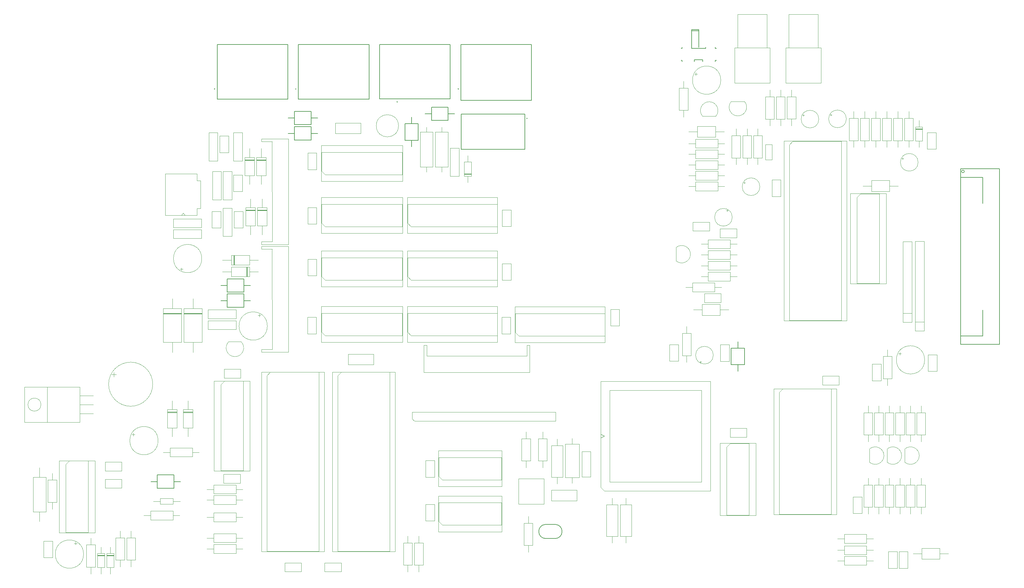
<source format=gbr>
%TF.GenerationSoftware,KiCad,Pcbnew,5.1.5+dfsg1-2build2*%
%TF.CreationDate,2021-10-05T23:16:15-04:00*%
%TF.ProjectId,coco3,636f636f-332e-46b6-9963-61645f706362,1.1.0*%
%TF.SameCoordinates,Original*%
%TF.FileFunction,Other,Fab,Top*%
%FSLAX46Y46*%
G04 Gerber Fmt 4.6, Leading zero omitted, Abs format (unit mm)*
G04 Created by KiCad (PCBNEW 5.1.5+dfsg1-2build2) date 2021-10-05 23:16:15*
%MOMM*%
%LPD*%
G04 APERTURE LIST*
%ADD10C,0.100000*%
%ADD11C,0.152400*%
%ADD12C,0.200000*%
%ADD13C,0.127000*%
G04 APERTURE END LIST*
D10*
%TO.C,CN4*%
X157251400Y-101749000D02*
X157251400Y-104749000D01*
X156451400Y-101749000D02*
X157251400Y-101749000D01*
X185671400Y-101754000D02*
X185671400Y-104754000D01*
X186421400Y-101754000D02*
X185671400Y-101754000D01*
X186421400Y-104754000D02*
X186421400Y-101754000D01*
X185671400Y-104744000D02*
X157251400Y-104749000D01*
X186421400Y-109384000D02*
X156451400Y-109384000D01*
X186421400Y-104754000D02*
X186421400Y-109384000D01*
X156451400Y-109384000D02*
X156451400Y-101749000D01*
%TO.C,CN6*%
X110476000Y-72374000D02*
X113476000Y-72374000D01*
X110476000Y-73174000D02*
X110476000Y-72374000D01*
X110481000Y-43954000D02*
X113481000Y-43954000D01*
X110481000Y-43204000D02*
X110481000Y-43954000D01*
X113481000Y-43204000D02*
X110481000Y-43204000D01*
X113471000Y-43954000D02*
X113476000Y-72374000D01*
X118111000Y-43204000D02*
X118111000Y-73174000D01*
X113481000Y-43204000D02*
X118111000Y-43204000D01*
X118111000Y-73174000D02*
X110476000Y-73174000D01*
%TO.C,CN5*%
X110476000Y-102874000D02*
X113476000Y-102874000D01*
X110476000Y-103674000D02*
X110476000Y-102874000D01*
X110481000Y-74454000D02*
X113481000Y-74454000D01*
X110481000Y-73704000D02*
X110481000Y-74454000D01*
X113481000Y-73704000D02*
X110481000Y-73704000D01*
X113471000Y-74454000D02*
X113476000Y-102874000D01*
X118111000Y-73704000D02*
X118111000Y-103674000D01*
X113481000Y-73704000D02*
X118111000Y-73704000D01*
X118111000Y-103674000D02*
X110476000Y-103674000D01*
%TO.C,J5A1001*%
X244497600Y-27381600D02*
X254505200Y-27381600D01*
X254505200Y-27381600D02*
X254505200Y-17374000D01*
X254505200Y-17374000D02*
X244497600Y-17374000D01*
X244497600Y-17374000D02*
X244497600Y-27381600D01*
X245348500Y-17374000D02*
X253654300Y-17374000D01*
X253654300Y-17374000D02*
X253654300Y-7874400D01*
X253654300Y-7874400D02*
X245348500Y-7874400D01*
X245348500Y-7874400D02*
X245348500Y-17374000D01*
%TO.C,J5B1001*%
X258997600Y-27381600D02*
X269005200Y-27381600D01*
X269005200Y-27381600D02*
X269005200Y-17374000D01*
X269005200Y-17374000D02*
X258997600Y-17374000D01*
X258997600Y-17374000D02*
X258997600Y-27381600D01*
X259848500Y-17374000D02*
X268154300Y-17374000D01*
X268154300Y-17374000D02*
X268154300Y-7874400D01*
X268154300Y-7874400D02*
X259848500Y-7874400D01*
X259848500Y-7874400D02*
X259848500Y-17374000D01*
%TO.C,C1*%
X257541000Y-54824000D02*
X255041000Y-54824000D01*
X255041000Y-54824000D02*
X255041000Y-59524000D01*
X255041000Y-59524000D02*
X257541000Y-59524000D01*
X257541000Y-59524000D02*
X257541000Y-54824000D01*
%TO.C,C2*%
X271737395Y-36206500D02*
X271737395Y-36706500D01*
X271487395Y-36456500D02*
X271987395Y-36456500D01*
X276121000Y-37544000D02*
G75*
G03X276121000Y-37544000I-2500000J0D01*
G01*
%TO.C,C3*%
X296451000Y-49864000D02*
G75*
G03X296451000Y-49864000I-2500000J0D01*
G01*
X291817395Y-48776500D02*
X292317395Y-48776500D01*
X292067395Y-48526500D02*
X292067395Y-49026500D01*
%TO.C,C4*%
X269351000Y-112974000D02*
X274051000Y-112974000D01*
X269351000Y-110474000D02*
X269351000Y-112974000D01*
X274051000Y-110474000D02*
X269351000Y-110474000D01*
X274051000Y-112974000D02*
X274051000Y-110474000D01*
%TO.C,C6*%
X117051000Y-163424000D02*
X117051000Y-165924000D01*
X117051000Y-165924000D02*
X121751000Y-165924000D01*
X121751000Y-165924000D02*
X121751000Y-163424000D01*
X121751000Y-163424000D02*
X117051000Y-163424000D01*
%TO.C,C7*%
X128351000Y-165924000D02*
X133051000Y-165924000D01*
X128351000Y-163424000D02*
X128351000Y-165924000D01*
X133051000Y-163424000D02*
X128351000Y-163424000D01*
X133051000Y-165924000D02*
X133051000Y-163424000D01*
%TO.C,C8*%
X242951000Y-106274000D02*
X242951000Y-101574000D01*
X240451000Y-106274000D02*
X242951000Y-106274000D01*
X240451000Y-101574000D02*
X240451000Y-106274000D01*
X242951000Y-101574000D02*
X240451000Y-101574000D01*
%TO.C,C9*%
X234593500Y-106427605D02*
X235093500Y-106427605D01*
X234843500Y-106677605D02*
X234843500Y-106177605D01*
X238431000Y-104544000D02*
G75*
G03X238431000Y-104544000I-2500000J0D01*
G01*
%TO.C,C10*%
X228551000Y-101524000D02*
X226051000Y-101524000D01*
X226051000Y-101524000D02*
X226051000Y-106224000D01*
X226051000Y-106224000D02*
X228551000Y-106224000D01*
X228551000Y-106224000D02*
X228551000Y-101524000D01*
%TO.C,C11*%
X285951000Y-111774000D02*
X285951000Y-107074000D01*
X283451000Y-111774000D02*
X285951000Y-111774000D01*
X283451000Y-107074000D02*
X283451000Y-111774000D01*
X285951000Y-107074000D02*
X283451000Y-107074000D01*
%TO.C,C12*%
X243201000Y-125274000D02*
X243201000Y-127774000D01*
X243201000Y-127774000D02*
X247901000Y-127774000D01*
X247901000Y-127774000D02*
X247901000Y-125274000D01*
X247901000Y-125274000D02*
X243201000Y-125274000D01*
%TO.C,C13*%
X99751400Y-138324000D02*
X99751400Y-140824000D01*
X99751400Y-140824000D02*
X104451400Y-140824000D01*
X104451400Y-140824000D02*
X104451400Y-138324000D01*
X104451400Y-138324000D02*
X99751400Y-138324000D01*
%TO.C,C14*%
X48751400Y-157224000D02*
X48751400Y-161924000D01*
X51251400Y-157224000D02*
X48751400Y-157224000D01*
X51251400Y-161924000D02*
X51251400Y-157224000D01*
X48751400Y-161924000D02*
X51251400Y-161924000D01*
%TO.C,C15*%
X60051400Y-160944000D02*
G75*
G03X60051400Y-160944000I-4000000J0D01*
G01*
X57798900Y-157517241D02*
X57798900Y-158317241D01*
X58198900Y-157917241D02*
X57398900Y-157917241D01*
%TO.C,C16*%
X105051400Y-49444000D02*
X105051400Y-41444000D01*
X102551400Y-49444000D02*
X105051400Y-49444000D01*
X102551400Y-41444000D02*
X102551400Y-49444000D01*
X105051400Y-41444000D02*
X102551400Y-41444000D01*
%TO.C,C17*%
X99551400Y-70824000D02*
X102051400Y-70824000D01*
X102051400Y-70824000D02*
X102051400Y-62824000D01*
X102051400Y-62824000D02*
X99551400Y-62824000D01*
X99551400Y-62824000D02*
X99551400Y-70824000D01*
%TO.C,C18*%
X105211400Y-63774000D02*
X102711400Y-63774000D01*
X102711400Y-63774000D02*
X102711400Y-68474000D01*
X102711400Y-68474000D02*
X105211400Y-68474000D01*
X105211400Y-68474000D02*
X105211400Y-63774000D01*
%TO.C,C19*%
X105051400Y-58124000D02*
X105051400Y-53424000D01*
X102551400Y-58124000D02*
X105051400Y-58124000D01*
X102551400Y-53424000D02*
X102551400Y-58124000D01*
X105051400Y-53424000D02*
X102551400Y-53424000D01*
%TO.C,C20*%
X98051400Y-41444000D02*
X95551400Y-41444000D01*
X95551400Y-41444000D02*
X95551400Y-49444000D01*
X95551400Y-49444000D02*
X98051400Y-49444000D01*
X98051400Y-49444000D02*
X98051400Y-41444000D01*
%TO.C,C21*%
X96551400Y-52474000D02*
X96551400Y-60474000D01*
X99051400Y-52474000D02*
X96551400Y-52474000D01*
X99051400Y-60474000D02*
X99051400Y-52474000D01*
X96551400Y-60474000D02*
X99051400Y-60474000D01*
%TO.C,C22*%
X101151400Y-47094000D02*
X101151400Y-42394000D01*
X98651400Y-47094000D02*
X101151400Y-47094000D01*
X98651400Y-42394000D02*
X98651400Y-47094000D01*
X101151400Y-42394000D02*
X98651400Y-42394000D01*
%TO.C,C23*%
X98951400Y-68474000D02*
X98951400Y-63774000D01*
X96451400Y-68474000D02*
X98951400Y-68474000D01*
X96451400Y-63774000D02*
X96451400Y-68474000D01*
X98951400Y-63774000D02*
X96451400Y-63774000D01*
%TO.C,C24*%
X149271000Y-39504000D02*
G75*
G03X149271000Y-39504000I-3150000J0D01*
G01*
%TO.C,C25*%
X163901000Y-45824000D02*
X163901000Y-53824000D01*
X166401000Y-45824000D02*
X163901000Y-45824000D01*
X166401000Y-53824000D02*
X166401000Y-45824000D01*
X163901000Y-53824000D02*
X166401000Y-53824000D01*
%TO.C,C26*%
X301801000Y-109124000D02*
X301801000Y-104424000D01*
X299301000Y-109124000D02*
X301801000Y-109124000D01*
X299301000Y-104424000D02*
X299301000Y-109124000D01*
X301801000Y-104424000D02*
X299301000Y-104424000D01*
%TO.C,C27*%
X291274241Y-103726500D02*
X291274241Y-104526500D01*
X290874241Y-104126500D02*
X291674241Y-104126500D01*
X298301000Y-105874000D02*
G75*
G03X298301000Y-105874000I-4000000J0D01*
G01*
%TO.C,C28*%
X70851400Y-134824000D02*
X66151400Y-134824000D01*
X70851400Y-137324000D02*
X70851400Y-134824000D01*
X66151400Y-137324000D02*
X70851400Y-137324000D01*
X66151400Y-134824000D02*
X66151400Y-137324000D01*
%TO.C,C29*%
X68659911Y-109411500D02*
X68659911Y-110661500D01*
X68034911Y-110036500D02*
X69284911Y-110036500D01*
X79651400Y-112774000D02*
G75*
G03X79651400Y-112774000I-6250000J0D01*
G01*
%TO.C,C30*%
X70851400Y-142224000D02*
X70851400Y-139724000D01*
X70851400Y-139724000D02*
X66151400Y-139724000D01*
X66151400Y-139724000D02*
X66151400Y-142224000D01*
X66151400Y-142224000D02*
X70851400Y-142224000D01*
%TO.C,C31*%
X74134641Y-126626500D02*
X74134641Y-127426500D01*
X73734641Y-127026500D02*
X74534641Y-127026500D01*
X81161400Y-128774000D02*
G75*
G03X81161400Y-128774000I-4000000J0D01*
G01*
%TO.C,C32*%
X103301400Y-94774000D02*
X95301400Y-94774000D01*
X103301400Y-97274000D02*
X103301400Y-94774000D01*
X95301400Y-97274000D02*
X103301400Y-97274000D01*
X95301400Y-94774000D02*
X95301400Y-97274000D01*
%TO.C,C33*%
X95301400Y-91674000D02*
X95301400Y-94174000D01*
X95301400Y-94174000D02*
X103301400Y-94174000D01*
X103301400Y-94174000D02*
X103301400Y-91674000D01*
X103301400Y-91674000D02*
X95301400Y-91674000D01*
%TO.C,C34*%
X255091000Y-49124000D02*
X255091000Y-44824000D01*
X253191000Y-49124000D02*
X255091000Y-49124000D01*
X253191000Y-44824000D02*
X253191000Y-49124000D01*
X255091000Y-44824000D02*
X253191000Y-44824000D01*
%TO.C,C35*%
X85451400Y-68374000D02*
X93451400Y-68374000D01*
X85451400Y-65874000D02*
X85451400Y-68374000D01*
X93451400Y-65874000D02*
X85451400Y-65874000D01*
X93451400Y-68374000D02*
X93451400Y-65874000D01*
%TO.C,C36*%
X93451400Y-71424000D02*
X93451400Y-68924000D01*
X93451400Y-68924000D02*
X85451400Y-68924000D01*
X85451400Y-68924000D02*
X85451400Y-71424000D01*
X85451400Y-71424000D02*
X93451400Y-71424000D01*
%TO.C,C37*%
X235931000Y-89594000D02*
X240631000Y-89594000D01*
X235931000Y-87094000D02*
X235931000Y-89594000D01*
X240631000Y-87094000D02*
X235931000Y-87094000D01*
X240631000Y-89594000D02*
X240631000Y-87094000D01*
%TO.C,C38*%
X209351000Y-96224000D02*
X211851000Y-96224000D01*
X211851000Y-96224000D02*
X211851000Y-91524000D01*
X211851000Y-91524000D02*
X209351000Y-91524000D01*
X209351000Y-91524000D02*
X209351000Y-96224000D01*
%TO.C,C39*%
X178651000Y-68064000D02*
X181151000Y-68064000D01*
X181151000Y-68064000D02*
X181151000Y-63364000D01*
X181151000Y-63364000D02*
X178651000Y-63364000D01*
X178651000Y-63364000D02*
X178651000Y-68064000D01*
%TO.C,C40*%
X178526000Y-93764000D02*
X178526000Y-98464000D01*
X181026000Y-93764000D02*
X178526000Y-93764000D01*
X181026000Y-98464000D02*
X181026000Y-93764000D01*
X178526000Y-98464000D02*
X181026000Y-98464000D01*
%TO.C,C41*%
X178651000Y-78564000D02*
X178651000Y-83264000D01*
X181151000Y-78564000D02*
X178651000Y-78564000D01*
X181151000Y-83264000D02*
X181151000Y-78564000D01*
X178651000Y-83264000D02*
X181151000Y-83264000D01*
%TO.C,C42*%
X278051000Y-149424000D02*
X280551000Y-149424000D01*
X280551000Y-149424000D02*
X280551000Y-144724000D01*
X280551000Y-144724000D02*
X278051000Y-144724000D01*
X278051000Y-144724000D02*
X278051000Y-149424000D01*
%TO.C,C43*%
X123551000Y-47224000D02*
X123551000Y-51924000D01*
X126051000Y-47224000D02*
X123551000Y-47224000D01*
X126051000Y-51924000D02*
X126051000Y-47224000D01*
X123551000Y-51924000D02*
X126051000Y-51924000D01*
%TO.C,C44*%
X126051000Y-62664000D02*
X123551000Y-62664000D01*
X123551000Y-62664000D02*
X123551000Y-67364000D01*
X123551000Y-67364000D02*
X126051000Y-67364000D01*
X126051000Y-67364000D02*
X126051000Y-62664000D01*
%TO.C,C45*%
X126051000Y-82024000D02*
X126051000Y-77324000D01*
X123551000Y-82024000D02*
X126051000Y-82024000D01*
X123551000Y-77324000D02*
X123551000Y-82024000D01*
X126051000Y-77324000D02*
X123551000Y-77324000D01*
%TO.C,C46*%
X125981000Y-93774000D02*
X123481000Y-93774000D01*
X123481000Y-93774000D02*
X123481000Y-98474000D01*
X123481000Y-98474000D02*
X125981000Y-98474000D01*
X125981000Y-98474000D02*
X125981000Y-93774000D01*
%TO.C,C47*%
X156951000Y-134424000D02*
X156951000Y-139124000D01*
X159451000Y-134424000D02*
X156951000Y-134424000D01*
X159451000Y-139124000D02*
X159451000Y-134424000D01*
X156951000Y-139124000D02*
X159451000Y-139124000D01*
%TO.C,C48*%
X156951000Y-151524000D02*
X159451000Y-151524000D01*
X159451000Y-151524000D02*
X159451000Y-146824000D01*
X159451000Y-146824000D02*
X156951000Y-146824000D01*
X156951000Y-146824000D02*
X156951000Y-151524000D01*
%TO.C,C49*%
X99551400Y-60474000D02*
X102051400Y-60474000D01*
X102051400Y-60474000D02*
X102051400Y-52474000D01*
X102051400Y-52474000D02*
X99551400Y-52474000D01*
X99551400Y-52474000D02*
X99551400Y-60474000D01*
%TO.C,C50*%
X240351000Y-68724000D02*
X240351000Y-71224000D01*
X240351000Y-71224000D02*
X245051000Y-71224000D01*
X245051000Y-71224000D02*
X245051000Y-68724000D01*
X245051000Y-68724000D02*
X240351000Y-68724000D01*
%TO.C,C51*%
X237351000Y-69304000D02*
X237351000Y-66804000D01*
X237351000Y-66804000D02*
X232651000Y-66804000D01*
X232651000Y-66804000D02*
X232651000Y-69304000D01*
X232651000Y-69304000D02*
X237351000Y-69304000D01*
%TO.C,C54*%
X233524241Y-24426500D02*
X233524241Y-25226500D01*
X233124241Y-24826500D02*
X233924241Y-24826500D01*
X240551000Y-26574000D02*
G75*
G03X240551000Y-26574000I-4000000J0D01*
G01*
%TO.C,C55*%
X251631000Y-56774000D02*
G75*
G03X251631000Y-56774000I-2500000J0D01*
G01*
X246997395Y-55686500D02*
X247497395Y-55686500D01*
X247247395Y-55436500D02*
X247247395Y-55936500D01*
%TO.C,C56*%
X268321000Y-37614000D02*
G75*
G03X268321000Y-37614000I-2500000J0D01*
G01*
X263687395Y-36526500D02*
X264187395Y-36526500D01*
X263937395Y-36276500D02*
X263937395Y-36776500D01*
%TO.C,C58*%
X291051000Y-164924000D02*
X293551000Y-164924000D01*
X293551000Y-164924000D02*
X293551000Y-160224000D01*
X293551000Y-160224000D02*
X291051000Y-160224000D01*
X291051000Y-160224000D02*
X291051000Y-164924000D01*
%TO.C,C59*%
X288051000Y-160224000D02*
X288051000Y-164924000D01*
X290551000Y-160224000D02*
X288051000Y-160224000D01*
X290551000Y-164924000D02*
X290551000Y-160224000D01*
X288051000Y-164924000D02*
X290551000Y-164924000D01*
%TO.C,C60*%
X192601000Y-145824000D02*
X199801000Y-145824000D01*
X192601000Y-142824000D02*
X192601000Y-145824000D01*
X199801000Y-142824000D02*
X192601000Y-142824000D01*
X199801000Y-145824000D02*
X199801000Y-142824000D01*
%TO.C,C61*%
X299051000Y-46124000D02*
X301551000Y-46124000D01*
X301551000Y-46124000D02*
X301551000Y-41424000D01*
X301551000Y-41424000D02*
X299051000Y-41424000D01*
X299051000Y-41424000D02*
X299051000Y-46124000D01*
%TO.C,C62*%
X87383900Y-80170759D02*
X88183900Y-80170759D01*
X87783900Y-80570759D02*
X87783900Y-79770759D01*
X93531400Y-77144000D02*
G75*
G03X93531400Y-77144000I-4000000J0D01*
G01*
%TO.C,C63*%
X110248500Y-93247241D02*
X109448500Y-93247241D01*
X109848500Y-92847241D02*
X109848500Y-93647241D01*
X112101000Y-96274000D02*
G75*
G03X112101000Y-96274000I-4000000J0D01*
G01*
%TO.C,C64*%
X201201000Y-139074000D02*
X203701000Y-139074000D01*
X203701000Y-139074000D02*
X203701000Y-131874000D01*
X203701000Y-131874000D02*
X201201000Y-131874000D01*
X201201000Y-131874000D02*
X201201000Y-139074000D01*
%TO.C,C65*%
X135001000Y-104224000D02*
X135001000Y-107224000D01*
X135001000Y-107224000D02*
X142201000Y-107224000D01*
X142201000Y-107224000D02*
X142201000Y-104224000D01*
X142201000Y-104224000D02*
X135001000Y-104224000D01*
%TO.C,C66*%
X138601000Y-41724000D02*
X138601000Y-38724000D01*
X138601000Y-38724000D02*
X131401000Y-38724000D01*
X131401000Y-38724000D02*
X131401000Y-41724000D01*
X131401000Y-41724000D02*
X138601000Y-41724000D01*
%TO.C,C67*%
X242648500Y-63560395D02*
X242148500Y-63560395D01*
X242398500Y-63310395D02*
X242398500Y-63810395D01*
X243811000Y-65444000D02*
G75*
G03X243811000Y-65444000I-2500000J0D01*
G01*
%TO.C,C68*%
X104551400Y-108524000D02*
X99851400Y-108524000D01*
X104551400Y-111024000D02*
X104551400Y-108524000D01*
X99851400Y-111024000D02*
X104551400Y-111024000D01*
X99851400Y-108524000D02*
X99851400Y-111024000D01*
D11*
%TO.C,CN1*%
X309537000Y-52444000D02*
G75*
G03X309537000Y-52444000I-381000J0D01*
G01*
X319468400Y-51643900D02*
X308521000Y-51643900D01*
X319468400Y-101504100D02*
X319468400Y-51643900D01*
X308521000Y-101504100D02*
X319468400Y-101504100D01*
X308521000Y-51643900D02*
X308521000Y-101504100D01*
X314744000Y-99053000D02*
X314744000Y-91687000D01*
X308521000Y-99053000D02*
X314744000Y-99053000D01*
X308521000Y-91687000D02*
X308521000Y-99053000D01*
X314744000Y-54095000D02*
X314744000Y-61461000D01*
X308521000Y-54095000D02*
X314744000Y-54095000D01*
X308521000Y-61461000D02*
X308521000Y-54095000D01*
D10*
%TO.C,CN7*%
X88311400Y-64176893D02*
X88811400Y-64884000D01*
X87811400Y-64884000D02*
X88311400Y-64176893D01*
X92206400Y-64884000D02*
X83201400Y-64884000D01*
X92206400Y-62979000D02*
X92206400Y-64884000D01*
X93211400Y-62979000D02*
X92206400Y-62979000D01*
X93211400Y-55049000D02*
X93211400Y-62979000D01*
X92206400Y-55049000D02*
X93211400Y-55049000D01*
X92206400Y-53144000D02*
X92206400Y-55049000D01*
X83201400Y-53144000D02*
X92206400Y-53144000D01*
X83201400Y-64884000D02*
X83201400Y-53144000D01*
%TO.C,D1*%
X87801400Y-91344000D02*
X82601400Y-91344000D01*
X82601400Y-91344000D02*
X82601400Y-100844000D01*
X82601400Y-100844000D02*
X87801400Y-100844000D01*
X87801400Y-100844000D02*
X87801400Y-91344000D01*
X85201400Y-88474000D02*
X85201400Y-91344000D01*
X85201400Y-103714000D02*
X85201400Y-100844000D01*
X87801400Y-92769000D02*
X82601400Y-92769000D01*
X87801400Y-92869000D02*
X82601400Y-92869000D01*
X87801400Y-92669000D02*
X82601400Y-92669000D01*
%TO.C,D2*%
X93651400Y-92669000D02*
X88451400Y-92669000D01*
X93651400Y-92869000D02*
X88451400Y-92869000D01*
X93651400Y-92769000D02*
X88451400Y-92769000D01*
X91051400Y-103714000D02*
X91051400Y-100844000D01*
X91051400Y-88474000D02*
X91051400Y-91344000D01*
X93651400Y-100844000D02*
X93651400Y-91344000D01*
X88451400Y-100844000D02*
X93651400Y-100844000D01*
X88451400Y-91344000D02*
X88451400Y-100844000D01*
X93651400Y-91344000D02*
X88451400Y-91344000D01*
%TO.C,D3*%
X91001400Y-120624000D02*
X88301400Y-120624000D01*
X91001400Y-120824000D02*
X88301400Y-120824000D01*
X91001400Y-120724000D02*
X88301400Y-120724000D01*
X89651400Y-127624000D02*
X89651400Y-125144000D01*
X89651400Y-117464000D02*
X89651400Y-119944000D01*
X91001400Y-125144000D02*
X91001400Y-119944000D01*
X88301400Y-125144000D02*
X91001400Y-125144000D01*
X88301400Y-119944000D02*
X88301400Y-125144000D01*
X91001400Y-119944000D02*
X88301400Y-119944000D01*
%TO.C,D4*%
X86491400Y-119944000D02*
X83791400Y-119944000D01*
X83791400Y-119944000D02*
X83791400Y-125144000D01*
X83791400Y-125144000D02*
X86491400Y-125144000D01*
X86491400Y-125144000D02*
X86491400Y-119944000D01*
X85141400Y-117464000D02*
X85141400Y-119944000D01*
X85141400Y-127624000D02*
X85141400Y-125144000D01*
X86491400Y-120724000D02*
X83791400Y-120724000D01*
X86491400Y-120824000D02*
X83791400Y-120824000D01*
X86491400Y-120624000D02*
X83791400Y-120624000D01*
%TO.C,D5*%
X167901000Y-53764000D02*
X169901000Y-53764000D01*
X169901000Y-53764000D02*
X169901000Y-49764000D01*
X169901000Y-49764000D02*
X167901000Y-49764000D01*
X167901000Y-49764000D02*
X167901000Y-53764000D01*
X168901000Y-55574000D02*
X168901000Y-53764000D01*
X168901000Y-47954000D02*
X168901000Y-49764000D01*
X167901000Y-53164000D02*
X169901000Y-53164000D01*
X167901000Y-53064000D02*
X169901000Y-53064000D01*
X167901000Y-53264000D02*
X169901000Y-53264000D01*
%TO.C,D6*%
X66001400Y-161224000D02*
X64001400Y-161224000D01*
X66001400Y-161424000D02*
X64001400Y-161424000D01*
X66001400Y-161324000D02*
X64001400Y-161324000D01*
X65001400Y-166534000D02*
X65001400Y-164724000D01*
X65001400Y-158914000D02*
X65001400Y-160724000D01*
X66001400Y-164724000D02*
X66001400Y-160724000D01*
X64001400Y-164724000D02*
X66001400Y-164724000D01*
X64001400Y-160724000D02*
X64001400Y-164724000D01*
X66001400Y-160724000D02*
X64001400Y-160724000D01*
%TO.C,D7*%
X68601400Y-160724000D02*
X66601400Y-160724000D01*
X66601400Y-160724000D02*
X66601400Y-164724000D01*
X66601400Y-164724000D02*
X68601400Y-164724000D01*
X68601400Y-164724000D02*
X68601400Y-160724000D01*
X67601400Y-158914000D02*
X67601400Y-160724000D01*
X67601400Y-166534000D02*
X67601400Y-164724000D01*
X68601400Y-161324000D02*
X66601400Y-161324000D01*
X68601400Y-161424000D02*
X66601400Y-161424000D01*
X68601400Y-161224000D02*
X66601400Y-161224000D01*
%TO.C,D8*%
X108461400Y-49124000D02*
X105761400Y-49124000D01*
X108461400Y-49324000D02*
X105761400Y-49324000D01*
X108461400Y-49224000D02*
X105761400Y-49224000D01*
X107111400Y-56124000D02*
X107111400Y-53644000D01*
X107111400Y-45964000D02*
X107111400Y-48444000D01*
X108461400Y-53644000D02*
X108461400Y-48444000D01*
X105761400Y-53644000D02*
X108461400Y-53644000D01*
X105761400Y-48444000D02*
X105761400Y-53644000D01*
X108461400Y-48444000D02*
X105761400Y-48444000D01*
%TO.C,D9*%
X111731400Y-48444000D02*
X109031400Y-48444000D01*
X109031400Y-48444000D02*
X109031400Y-53644000D01*
X109031400Y-53644000D02*
X111731400Y-53644000D01*
X111731400Y-53644000D02*
X111731400Y-48444000D01*
X110381400Y-45964000D02*
X110381400Y-48444000D01*
X110381400Y-56124000D02*
X110381400Y-53644000D01*
X111731400Y-49224000D02*
X109031400Y-49224000D01*
X111731400Y-49324000D02*
X109031400Y-49324000D01*
X111731400Y-49124000D02*
X109031400Y-49124000D01*
%TO.C,D10*%
X108671400Y-62684000D02*
X105971400Y-62684000D01*
X105971400Y-62684000D02*
X105971400Y-67884000D01*
X105971400Y-67884000D02*
X108671400Y-67884000D01*
X108671400Y-67884000D02*
X108671400Y-62684000D01*
X107321400Y-60204000D02*
X107321400Y-62684000D01*
X107321400Y-70364000D02*
X107321400Y-67884000D01*
X108671400Y-63464000D02*
X105971400Y-63464000D01*
X108671400Y-63564000D02*
X105971400Y-63564000D01*
X108671400Y-63364000D02*
X105971400Y-63364000D01*
%TO.C,D11*%
X111981400Y-63354000D02*
X109281400Y-63354000D01*
X111981400Y-63554000D02*
X109281400Y-63554000D01*
X111981400Y-63454000D02*
X109281400Y-63454000D01*
X110631400Y-70354000D02*
X110631400Y-67874000D01*
X110631400Y-60194000D02*
X110631400Y-62674000D01*
X111981400Y-67874000D02*
X111981400Y-62674000D01*
X109281400Y-67874000D02*
X111981400Y-67874000D01*
X109281400Y-62674000D02*
X109281400Y-67874000D01*
X111981400Y-62674000D02*
X109281400Y-62674000D01*
%TO.C,D12*%
X297701000Y-40314000D02*
X295701000Y-40314000D01*
X297701000Y-40514000D02*
X295701000Y-40514000D01*
X297701000Y-40414000D02*
X295701000Y-40414000D01*
X296701000Y-45624000D02*
X296701000Y-43814000D01*
X296701000Y-38004000D02*
X296701000Y-39814000D01*
X297701000Y-43814000D02*
X297701000Y-39814000D01*
X295701000Y-43814000D02*
X297701000Y-43814000D01*
X295701000Y-39814000D02*
X295701000Y-43814000D01*
X297701000Y-39814000D02*
X295701000Y-39814000D01*
%TO.C,D13*%
X102571400Y-76264000D02*
X102571400Y-78964000D01*
X102771400Y-76264000D02*
X102771400Y-78964000D01*
X102671400Y-76264000D02*
X102671400Y-78964000D01*
X109571400Y-77614000D02*
X107091400Y-77614000D01*
X99411400Y-77614000D02*
X101891400Y-77614000D01*
X107091400Y-76264000D02*
X101891400Y-76264000D01*
X107091400Y-78964000D02*
X107091400Y-76264000D01*
X101891400Y-78964000D02*
X107091400Y-78964000D01*
X101891400Y-76264000D02*
X101891400Y-78964000D01*
%TO.C,D14*%
X107091000Y-82244000D02*
X107091000Y-79544000D01*
X107091000Y-79544000D02*
X101891000Y-79544000D01*
X101891000Y-79544000D02*
X101891000Y-82244000D01*
X101891000Y-82244000D02*
X107091000Y-82244000D01*
X109571000Y-80894000D02*
X107091000Y-80894000D01*
X99411000Y-80894000D02*
X101891000Y-80894000D01*
X106311000Y-82244000D02*
X106311000Y-79544000D01*
X106211000Y-82244000D02*
X106211000Y-79544000D01*
X106411000Y-82244000D02*
X106411000Y-79544000D01*
%TO.C,IC1*%
X276211000Y-43824000D02*
X258431000Y-43824000D01*
X276211000Y-94744000D02*
X276211000Y-43824000D01*
X258431000Y-94744000D02*
X276211000Y-94744000D01*
X258431000Y-43824000D02*
X258431000Y-94744000D01*
X259956000Y-44884000D02*
X260956000Y-43884000D01*
X259956000Y-94684000D02*
X259956000Y-44884000D01*
X274686000Y-94684000D02*
X259956000Y-94684000D01*
X274686000Y-43884000D02*
X274686000Y-94684000D01*
X260956000Y-43884000D02*
X274686000Y-43884000D01*
%TO.C,IC3*%
X287421000Y-58744000D02*
X277261000Y-58744000D01*
X287421000Y-84264000D02*
X287421000Y-58744000D01*
X277261000Y-84264000D02*
X287421000Y-84264000D01*
X277261000Y-58744000D02*
X277261000Y-84264000D01*
X279166000Y-59804000D02*
X280166000Y-58804000D01*
X279166000Y-84204000D02*
X279166000Y-59804000D01*
X285516000Y-84204000D02*
X279166000Y-84204000D01*
X285516000Y-58804000D02*
X285516000Y-84204000D01*
X280166000Y-58804000D02*
X285516000Y-58804000D01*
%TO.C,IC4*%
X112956000Y-109364000D02*
X126686000Y-109364000D01*
X126686000Y-109364000D02*
X126686000Y-160164000D01*
X126686000Y-160164000D02*
X111956000Y-160164000D01*
X111956000Y-160164000D02*
X111956000Y-110364000D01*
X111956000Y-110364000D02*
X112956000Y-109364000D01*
X110431000Y-109304000D02*
X110431000Y-160224000D01*
X110431000Y-160224000D02*
X128211000Y-160224000D01*
X128211000Y-160224000D02*
X128211000Y-109304000D01*
X128211000Y-109304000D02*
X110431000Y-109304000D01*
%TO.C,IC5*%
X148291000Y-109304000D02*
X130511000Y-109304000D01*
X148291000Y-160224000D02*
X148291000Y-109304000D01*
X130511000Y-160224000D02*
X148291000Y-160224000D01*
X130511000Y-109304000D02*
X130511000Y-160224000D01*
X132036000Y-110364000D02*
X133036000Y-109364000D01*
X132036000Y-160164000D02*
X132036000Y-110364000D01*
X146766000Y-160164000D02*
X132036000Y-160164000D01*
X146766000Y-109364000D02*
X146766000Y-160164000D01*
X133036000Y-109364000D02*
X146766000Y-109364000D01*
%TO.C,IC6*%
X207576000Y-127474000D02*
X206576000Y-126974000D01*
X206576000Y-127974000D02*
X207576000Y-127474000D01*
X209116000Y-114489000D02*
X209116000Y-140459000D01*
X235086000Y-114489000D02*
X209116000Y-114489000D01*
X235086000Y-140459000D02*
X235086000Y-114489000D01*
X209116000Y-140459000D02*
X235086000Y-140459000D01*
X206576000Y-111949000D02*
X206576000Y-141999000D01*
X237626000Y-111949000D02*
X206576000Y-111949000D01*
X237626000Y-142999000D02*
X237626000Y-111949000D01*
X207576000Y-142999000D02*
X237626000Y-142999000D01*
X206576000Y-141999000D02*
X207576000Y-142999000D01*
%TO.C,IC7*%
X99936400Y-111904000D02*
X105286400Y-111904000D01*
X105286400Y-111904000D02*
X105286400Y-137304000D01*
X105286400Y-137304000D02*
X98936400Y-137304000D01*
X98936400Y-137304000D02*
X98936400Y-112904000D01*
X98936400Y-112904000D02*
X99936400Y-111904000D01*
X97031400Y-111844000D02*
X97031400Y-137364000D01*
X97031400Y-137364000D02*
X107191400Y-137364000D01*
X107191400Y-137364000D02*
X107191400Y-111844000D01*
X107191400Y-111844000D02*
X97031400Y-111844000D01*
%TO.C,IC8*%
X56036400Y-134504000D02*
X61386400Y-134504000D01*
X61386400Y-134504000D02*
X61386400Y-154824000D01*
X61386400Y-154824000D02*
X55036400Y-154824000D01*
X55036400Y-154824000D02*
X55036400Y-135504000D01*
X55036400Y-135504000D02*
X56036400Y-134504000D01*
X53131400Y-134444000D02*
X53131400Y-154884000D01*
X53131400Y-154884000D02*
X63291400Y-154884000D01*
X63291400Y-154884000D02*
X63291400Y-134444000D01*
X63291400Y-134444000D02*
X53131400Y-134444000D01*
%TO.C,IC9*%
X250491000Y-129524000D02*
X240331000Y-129524000D01*
X250491000Y-149964000D02*
X250491000Y-129524000D01*
X240331000Y-149964000D02*
X250491000Y-149964000D01*
X240331000Y-129524000D02*
X240331000Y-149964000D01*
X242236000Y-130584000D02*
X243236000Y-129584000D01*
X242236000Y-149904000D02*
X242236000Y-130584000D01*
X248586000Y-149904000D02*
X242236000Y-149904000D01*
X248586000Y-129584000D02*
X248586000Y-149904000D01*
X243236000Y-129584000D02*
X248586000Y-129584000D01*
%TO.C,IC10*%
X182331000Y-98059000D02*
X182331000Y-92709000D01*
X182331000Y-92709000D02*
X207731000Y-92709000D01*
X207731000Y-92709000D02*
X207731000Y-99059000D01*
X207731000Y-99059000D02*
X183331000Y-99059000D01*
X183331000Y-99059000D02*
X182331000Y-98059000D01*
X182271000Y-100964000D02*
X207791000Y-100964000D01*
X207791000Y-100964000D02*
X207791000Y-90804000D01*
X207791000Y-90804000D02*
X182271000Y-90804000D01*
X182271000Y-90804000D02*
X182271000Y-100964000D01*
%TO.C,IC11*%
X151771000Y-59814000D02*
X151771000Y-69974000D01*
X177291000Y-59814000D02*
X151771000Y-59814000D01*
X177291000Y-69974000D02*
X177291000Y-59814000D01*
X151771000Y-69974000D02*
X177291000Y-69974000D01*
X152831000Y-68069000D02*
X151831000Y-67069000D01*
X177231000Y-68069000D02*
X152831000Y-68069000D01*
X177231000Y-61719000D02*
X177231000Y-68069000D01*
X151831000Y-61719000D02*
X177231000Y-61719000D01*
X151831000Y-67069000D02*
X151831000Y-61719000D01*
%TO.C,IC12*%
X151831000Y-97989000D02*
X151831000Y-92639000D01*
X151831000Y-92639000D02*
X177231000Y-92639000D01*
X177231000Y-92639000D02*
X177231000Y-98989000D01*
X177231000Y-98989000D02*
X152831000Y-98989000D01*
X152831000Y-98989000D02*
X151831000Y-97989000D01*
X151771000Y-100894000D02*
X177291000Y-100894000D01*
X177291000Y-100894000D02*
X177291000Y-90734000D01*
X177291000Y-90734000D02*
X151771000Y-90734000D01*
X151771000Y-90734000D02*
X151771000Y-100894000D01*
%TO.C,IC13*%
X151771000Y-74994000D02*
X151771000Y-85154000D01*
X177291000Y-74994000D02*
X151771000Y-74994000D01*
X177291000Y-85154000D02*
X177291000Y-74994000D01*
X151771000Y-85154000D02*
X177291000Y-85154000D01*
X152831000Y-83249000D02*
X151831000Y-82249000D01*
X177231000Y-83249000D02*
X152831000Y-83249000D01*
X177231000Y-76899000D02*
X177231000Y-83249000D01*
X151831000Y-76899000D02*
X177231000Y-76899000D01*
X151831000Y-82249000D02*
X151831000Y-76899000D01*
%TO.C,IC14*%
X160661000Y-138899000D02*
X160661000Y-133549000D01*
X160661000Y-133549000D02*
X178441000Y-133549000D01*
X178441000Y-133549000D02*
X178441000Y-139899000D01*
X178441000Y-139899000D02*
X161661000Y-139899000D01*
X161661000Y-139899000D02*
X160661000Y-138899000D01*
X160601000Y-141804000D02*
X178501000Y-141804000D01*
X178501000Y-141804000D02*
X178501000Y-131644000D01*
X178501000Y-131644000D02*
X160601000Y-131644000D01*
X160601000Y-131644000D02*
X160601000Y-141804000D01*
%TO.C,IC15*%
X160601000Y-144434000D02*
X160601000Y-154594000D01*
X178501000Y-144434000D02*
X160601000Y-144434000D01*
X178501000Y-154594000D02*
X178501000Y-144434000D01*
X160601000Y-154594000D02*
X178501000Y-154594000D01*
X161661000Y-152689000D02*
X160661000Y-151689000D01*
X178441000Y-152689000D02*
X161661000Y-152689000D01*
X178441000Y-146339000D02*
X178441000Y-152689000D01*
X160661000Y-146339000D02*
X178441000Y-146339000D01*
X160661000Y-151689000D02*
X160661000Y-146339000D01*
%TO.C,IC16*%
X127481000Y-82249000D02*
X127481000Y-76899000D01*
X127481000Y-76899000D02*
X150341000Y-76899000D01*
X150341000Y-76899000D02*
X150341000Y-83249000D01*
X150341000Y-83249000D02*
X128481000Y-83249000D01*
X128481000Y-83249000D02*
X127481000Y-82249000D01*
X127421000Y-85154000D02*
X150401000Y-85154000D01*
X150401000Y-85154000D02*
X150401000Y-74994000D01*
X150401000Y-74994000D02*
X127421000Y-74994000D01*
X127421000Y-74994000D02*
X127421000Y-85154000D01*
%TO.C,IC17*%
X127421000Y-90734000D02*
X127421000Y-100894000D01*
X150401000Y-90734000D02*
X127421000Y-90734000D01*
X150401000Y-100894000D02*
X150401000Y-90734000D01*
X127421000Y-100894000D02*
X150401000Y-100894000D01*
X128481000Y-98989000D02*
X127481000Y-97989000D01*
X150341000Y-98989000D02*
X128481000Y-98989000D01*
X150341000Y-92639000D02*
X150341000Y-98989000D01*
X127481000Y-92639000D02*
X150341000Y-92639000D01*
X127481000Y-97989000D02*
X127481000Y-92639000D01*
%TO.C,IC18*%
X127421000Y-45084000D02*
X127421000Y-55244000D01*
X150401000Y-45084000D02*
X127421000Y-45084000D01*
X150401000Y-55244000D02*
X150401000Y-45084000D01*
X127421000Y-55244000D02*
X150401000Y-55244000D01*
X128481000Y-53339000D02*
X127481000Y-52339000D01*
X150341000Y-53339000D02*
X128481000Y-53339000D01*
X150341000Y-46989000D02*
X150341000Y-53339000D01*
X127481000Y-46989000D02*
X150341000Y-46989000D01*
X127481000Y-52339000D02*
X127481000Y-46989000D01*
%TO.C,IC19*%
X127481000Y-67069000D02*
X127481000Y-61719000D01*
X127481000Y-61719000D02*
X150341000Y-61719000D01*
X150341000Y-61719000D02*
X150341000Y-68069000D01*
X150341000Y-68069000D02*
X128481000Y-68069000D01*
X128481000Y-68069000D02*
X127481000Y-67069000D01*
X127421000Y-69974000D02*
X150401000Y-69974000D01*
X150401000Y-69974000D02*
X150401000Y-59814000D01*
X150401000Y-59814000D02*
X127421000Y-59814000D01*
X127421000Y-59814000D02*
X127421000Y-69974000D01*
%TO.C,IC36*%
X104701000Y-100724000D02*
X101201000Y-100724000D01*
X104684625Y-100720375D02*
G75*
G02X102931000Y-104954000I-1753625J-1753625D01*
G01*
X101177375Y-100720375D02*
G75*
G03X102931000Y-104954000I1753625J-1753625D01*
G01*
%TO.C,CN2*%
X153171000Y-122619000D02*
X153171000Y-120714000D01*
X153171000Y-120714000D02*
X193811000Y-120714000D01*
X193811000Y-120714000D02*
X193811000Y-123254000D01*
X193811000Y-123254000D02*
X153806000Y-123254000D01*
X153806000Y-123254000D02*
X153171000Y-122619000D01*
D12*
%TO.C,JK1*%
X97257000Y-29058000D02*
G75*
G03X97257000Y-29058000I-100000J0D01*
G01*
D13*
X97921000Y-16464000D02*
X117921000Y-16464000D01*
X97921000Y-31964000D02*
X97921000Y-16464000D01*
X117921000Y-31964000D02*
X97921000Y-31964000D01*
X117921000Y-16464000D02*
X117921000Y-31964000D01*
%TO.C,JK2*%
X140921000Y-16464000D02*
X140921000Y-31964000D01*
X140921000Y-31964000D02*
X120921000Y-31964000D01*
X120921000Y-31964000D02*
X120921000Y-16464000D01*
X120921000Y-16464000D02*
X140921000Y-16464000D01*
D12*
X120257000Y-29058000D02*
G75*
G03X120257000Y-29058000I-100000J0D01*
G01*
D13*
%TO.C,JK3*%
X163921000Y-16464000D02*
X163921000Y-31864000D01*
X163921000Y-31864000D02*
X143921000Y-31864000D01*
X143921000Y-31864000D02*
X143921000Y-16464000D01*
X143921000Y-16464000D02*
X163921000Y-16464000D01*
D12*
X148977000Y-32748000D02*
G75*
G03X148977000Y-32748000I-100000J0D01*
G01*
D13*
%TO.C,JK4*%
X186951000Y-16464000D02*
X186951000Y-32264000D01*
X186951000Y-32264000D02*
X166951000Y-32264000D01*
X166951000Y-32264000D02*
X166951000Y-16464000D01*
X166951000Y-16464000D02*
X186951000Y-16464000D01*
D12*
X166287000Y-29058000D02*
G75*
G03X166287000Y-29058000I-100000J0D01*
G01*
D10*
%TO.C,L1*%
X196451000Y-139224000D02*
X200451000Y-139224000D01*
X200451000Y-139224000D02*
X200451000Y-129724000D01*
X200451000Y-129724000D02*
X196451000Y-129724000D01*
X196451000Y-129724000D02*
X196451000Y-139224000D01*
X198451000Y-140824000D02*
X198451000Y-139224000D01*
X198451000Y-128124000D02*
X198451000Y-129724000D01*
%TO.C,MP1*%
X295641000Y-97664000D02*
X298141000Y-97664000D01*
X298141000Y-97664000D02*
X298141000Y-72224000D01*
X298141000Y-72224000D02*
X295641000Y-72224000D01*
X295641000Y-72224000D02*
X295641000Y-97664000D01*
X295641000Y-95104000D02*
X298141000Y-95104000D01*
%TO.C,MP2*%
X292201000Y-95234000D02*
X294701000Y-95234000D01*
X294701000Y-95234000D02*
X294701000Y-72334000D01*
X294701000Y-72334000D02*
X292201000Y-72334000D01*
X292201000Y-72334000D02*
X292201000Y-95234000D01*
X292201000Y-92674000D02*
X294701000Y-92674000D01*
%TO.C,Q1*%
X58991400Y-116017000D02*
X62801400Y-116017000D01*
X58991400Y-118557000D02*
X62801400Y-118557000D01*
X58991400Y-121097000D02*
X62801400Y-121097000D01*
X58991400Y-113557000D02*
X58991400Y-123557000D01*
X49741400Y-113557000D02*
X58991400Y-113557000D01*
X49741400Y-123557000D02*
X49741400Y-113557000D01*
X58991400Y-123557000D02*
X49741400Y-123557000D01*
X49741400Y-113557000D02*
X49741400Y-123557000D01*
X43341400Y-113557000D02*
X49741400Y-113557000D01*
X43341400Y-123557000D02*
X43341400Y-113557000D01*
X49741400Y-123557000D02*
X43341400Y-123557000D01*
X47991400Y-118557000D02*
G75*
G03X47991400Y-118557000I-1850000J0D01*
G01*
%TO.C,Q2*%
X235391000Y-36774000D02*
X239141000Y-36774000D01*
X239182103Y-36766547D02*
G75*
G03X237281000Y-32694000I-1901103J1592547D01*
G01*
X235388182Y-36776385D02*
G75*
G02X237281000Y-32694000I1892818J1602385D01*
G01*
%TO.C,Q3*%
X227891000Y-74024000D02*
X227891000Y-77774000D01*
X227888615Y-74021182D02*
G75*
G02X231971000Y-75914000I1602385J-1892818D01*
G01*
X227898453Y-77815103D02*
G75*
G03X231971000Y-75914000I1592547J1901103D01*
G01*
%TO.C,Q4*%
X247291000Y-32624000D02*
X243541000Y-32624000D01*
X247293818Y-32621615D02*
G75*
G02X245401000Y-36704000I-1892818J-1602385D01*
G01*
X243499897Y-32631453D02*
G75*
G03X245401000Y-36704000I1901103J-1592547D01*
G01*
%TO.C,Q5*%
X282701000Y-131124000D02*
X282701000Y-134874000D01*
X282708453Y-134915103D02*
G75*
G03X286781000Y-133014000I1592547J1901103D01*
G01*
X282698615Y-131121182D02*
G75*
G02X286781000Y-133014000I1602385J-1892818D01*
G01*
%TO.C,Q6*%
X287701000Y-131124000D02*
X287701000Y-134874000D01*
X287698615Y-131121182D02*
G75*
G02X291781000Y-133014000I1602385J-1892818D01*
G01*
X287708453Y-134915103D02*
G75*
G03X291781000Y-133014000I1592547J1901103D01*
G01*
%TO.C,Q7*%
X292701000Y-131124000D02*
X292701000Y-134874000D01*
X292708453Y-134915103D02*
G75*
G03X296781000Y-133014000I1592547J1901103D01*
G01*
X292698615Y-131121182D02*
G75*
G02X296781000Y-133014000I1602385J-1892818D01*
G01*
%TO.C,R1*%
X295076000Y-37394000D02*
X292576000Y-37394000D01*
X292576000Y-37394000D02*
X292576000Y-43694000D01*
X292576000Y-43694000D02*
X295076000Y-43694000D01*
X295076000Y-43694000D02*
X295076000Y-37394000D01*
X293826000Y-35464000D02*
X293826000Y-37394000D01*
X293826000Y-45624000D02*
X293826000Y-43694000D01*
%TO.C,R2*%
X282576000Y-37394000D02*
X280076000Y-37394000D01*
X280076000Y-37394000D02*
X280076000Y-43694000D01*
X280076000Y-43694000D02*
X282576000Y-43694000D01*
X282576000Y-43694000D02*
X282576000Y-37394000D01*
X281326000Y-35464000D02*
X281326000Y-37394000D01*
X281326000Y-45624000D02*
X281326000Y-43694000D01*
%TO.C,R3*%
X284451000Y-45624000D02*
X284451000Y-43694000D01*
X284451000Y-35464000D02*
X284451000Y-37394000D01*
X285701000Y-43694000D02*
X285701000Y-37394000D01*
X283201000Y-43694000D02*
X285701000Y-43694000D01*
X283201000Y-37394000D02*
X283201000Y-43694000D01*
X285701000Y-37394000D02*
X283201000Y-37394000D01*
%TO.C,R4*%
X287576000Y-45624000D02*
X287576000Y-43694000D01*
X287576000Y-35464000D02*
X287576000Y-37394000D01*
X288826000Y-43694000D02*
X288826000Y-37394000D01*
X286326000Y-43694000D02*
X288826000Y-43694000D01*
X286326000Y-37394000D02*
X286326000Y-43694000D01*
X288826000Y-37394000D02*
X286326000Y-37394000D01*
%TO.C,R5*%
X291951000Y-37394000D02*
X289451000Y-37394000D01*
X289451000Y-37394000D02*
X289451000Y-43694000D01*
X289451000Y-43694000D02*
X291951000Y-43694000D01*
X291951000Y-43694000D02*
X291951000Y-37394000D01*
X290701000Y-35464000D02*
X290701000Y-37394000D01*
X290701000Y-45624000D02*
X290701000Y-43694000D01*
%TO.C,R6*%
X153751000Y-164044000D02*
X156251000Y-164044000D01*
X156251000Y-164044000D02*
X156251000Y-157744000D01*
X156251000Y-157744000D02*
X153751000Y-157744000D01*
X153751000Y-157744000D02*
X153751000Y-164044000D01*
X155001000Y-165974000D02*
X155001000Y-164044000D01*
X155001000Y-155814000D02*
X155001000Y-157744000D01*
%TO.C,R7*%
X96931400Y-158224000D02*
X96931400Y-160724000D01*
X96931400Y-160724000D02*
X103231400Y-160724000D01*
X103231400Y-160724000D02*
X103231400Y-158224000D01*
X103231400Y-158224000D02*
X96931400Y-158224000D01*
X95001400Y-159474000D02*
X96931400Y-159474000D01*
X105161400Y-159474000D02*
X103231400Y-159474000D01*
%TO.C,R8*%
X230901000Y-106584000D02*
X230901000Y-104654000D01*
X230901000Y-96424000D02*
X230901000Y-98354000D01*
X232151000Y-104654000D02*
X232151000Y-98354000D01*
X229651000Y-104654000D02*
X232151000Y-104654000D01*
X229651000Y-98354000D02*
X229651000Y-104654000D01*
X232151000Y-98354000D02*
X229651000Y-98354000D01*
%TO.C,R9*%
X213651000Y-145094000D02*
X213651000Y-146944000D01*
X213651000Y-157794000D02*
X213651000Y-155944000D01*
X212051000Y-146944000D02*
X212051000Y-155944000D01*
X215251000Y-146944000D02*
X212051000Y-146944000D01*
X215251000Y-155944000D02*
X215251000Y-146944000D01*
X212051000Y-155944000D02*
X215251000Y-155944000D01*
%TO.C,R10*%
X209801000Y-145094000D02*
X209801000Y-146944000D01*
X209801000Y-157794000D02*
X209801000Y-155944000D01*
X208201000Y-146944000D02*
X208201000Y-155944000D01*
X211401000Y-146944000D02*
X208201000Y-146944000D01*
X211401000Y-155944000D02*
X211401000Y-146944000D01*
X208201000Y-155944000D02*
X211401000Y-155944000D01*
%TO.C,R11*%
X286551000Y-111194000D02*
X289051000Y-111194000D01*
X289051000Y-111194000D02*
X289051000Y-104894000D01*
X289051000Y-104894000D02*
X286551000Y-104894000D01*
X286551000Y-104894000D02*
X286551000Y-111194000D01*
X287801000Y-113124000D02*
X287801000Y-111194000D01*
X287801000Y-102964000D02*
X287801000Y-104894000D01*
%TO.C,R12*%
X105161400Y-156374000D02*
X103231400Y-156374000D01*
X95001400Y-156374000D02*
X96931400Y-156374000D01*
X103231400Y-155124000D02*
X96931400Y-155124000D01*
X103231400Y-157624000D02*
X103231400Y-155124000D01*
X96931400Y-157624000D02*
X103231400Y-157624000D01*
X96931400Y-155124000D02*
X96931400Y-157624000D01*
%TO.C,R13*%
X155401000Y-51174000D02*
X159001000Y-51174000D01*
X159001000Y-51174000D02*
X159001000Y-41274000D01*
X159001000Y-41274000D02*
X155401000Y-41274000D01*
X155401000Y-41274000D02*
X155401000Y-51174000D01*
X157201000Y-52574000D02*
X157201000Y-51174000D01*
X157201000Y-39874000D02*
X157201000Y-41274000D01*
%TO.C,R14*%
X161501000Y-39874000D02*
X161501000Y-41274000D01*
X161501000Y-52574000D02*
X161501000Y-51174000D01*
X159701000Y-41274000D02*
X159701000Y-51174000D01*
X163301000Y-41274000D02*
X159701000Y-41274000D01*
X163301000Y-51174000D02*
X163301000Y-41274000D01*
X159701000Y-51174000D02*
X163301000Y-51174000D01*
%TO.C,R16*%
X74751400Y-156304000D02*
X72251400Y-156304000D01*
X72251400Y-156304000D02*
X72251400Y-162604000D01*
X72251400Y-162604000D02*
X74751400Y-162604000D01*
X74751400Y-162604000D02*
X74751400Y-156304000D01*
X73501400Y-154374000D02*
X73501400Y-156304000D01*
X73501400Y-164534000D02*
X73501400Y-162604000D01*
%TO.C,R17*%
X70401400Y-154374000D02*
X70401400Y-156304000D01*
X70401400Y-164534000D02*
X70401400Y-162604000D01*
X69151400Y-156304000D02*
X69151400Y-162604000D01*
X71651400Y-156304000D02*
X69151400Y-156304000D01*
X71651400Y-162604000D02*
X71651400Y-156304000D01*
X69151400Y-162604000D02*
X71651400Y-162604000D01*
%TO.C,R18*%
X85371400Y-151224000D02*
X85371400Y-148724000D01*
X85371400Y-148724000D02*
X79071400Y-148724000D01*
X79071400Y-148724000D02*
X79071400Y-151224000D01*
X79071400Y-151224000D02*
X85371400Y-151224000D01*
X87301400Y-149974000D02*
X85371400Y-149974000D01*
X77141400Y-149974000D02*
X79071400Y-149974000D01*
%TO.C,R19*%
X45801400Y-149004000D02*
X49401400Y-149004000D01*
X49401400Y-149004000D02*
X49401400Y-139104000D01*
X49401400Y-139104000D02*
X45801400Y-139104000D01*
X45801400Y-139104000D02*
X45801400Y-149004000D01*
X47601400Y-151674000D02*
X47601400Y-149004000D01*
X47601400Y-136434000D02*
X47601400Y-139104000D01*
%TO.C,R20*%
X51201400Y-138014000D02*
X51201400Y-139944000D01*
X51201400Y-148174000D02*
X51201400Y-146244000D01*
X49951400Y-139944000D02*
X49951400Y-146244000D01*
X52451400Y-139944000D02*
X49951400Y-139944000D01*
X52451400Y-146244000D02*
X52451400Y-139944000D01*
X49951400Y-146244000D02*
X52451400Y-146244000D01*
%TO.C,R21*%
X153151000Y-157744000D02*
X150651000Y-157744000D01*
X150651000Y-157744000D02*
X150651000Y-164044000D01*
X150651000Y-164044000D02*
X153151000Y-164044000D01*
X153151000Y-164044000D02*
X153151000Y-157744000D01*
X151901000Y-155814000D02*
X151901000Y-157744000D01*
X151901000Y-165974000D02*
X151901000Y-164044000D01*
%TO.C,R22*%
X185401000Y-136434000D02*
X185401000Y-134504000D01*
X185401000Y-126274000D02*
X185401000Y-128204000D01*
X186651000Y-134504000D02*
X186651000Y-128204000D01*
X184151000Y-134504000D02*
X186651000Y-134504000D01*
X184151000Y-128204000D02*
X184151000Y-134504000D01*
X186651000Y-128204000D02*
X184151000Y-128204000D01*
%TO.C,R23*%
X190101000Y-136434000D02*
X190101000Y-134504000D01*
X190101000Y-126274000D02*
X190101000Y-128204000D01*
X191351000Y-134504000D02*
X191351000Y-128204000D01*
X188851000Y-134504000D02*
X191351000Y-134504000D01*
X188851000Y-128204000D02*
X188851000Y-134504000D01*
X191351000Y-128204000D02*
X188851000Y-128204000D01*
%TO.C,R26*%
X243261000Y-74294000D02*
X243261000Y-71794000D01*
X243261000Y-71794000D02*
X236961000Y-71794000D01*
X236961000Y-71794000D02*
X236961000Y-74294000D01*
X236961000Y-74294000D02*
X243261000Y-74294000D01*
X245191000Y-73044000D02*
X243261000Y-73044000D01*
X235031000Y-73044000D02*
X236961000Y-73044000D01*
%TO.C,R27*%
X236951000Y-80974000D02*
X236951000Y-83474000D01*
X236951000Y-83474000D02*
X243251000Y-83474000D01*
X243251000Y-83474000D02*
X243251000Y-80974000D01*
X243251000Y-80974000D02*
X236951000Y-80974000D01*
X235021000Y-82224000D02*
X236951000Y-82224000D01*
X245181000Y-82224000D02*
X243251000Y-82224000D01*
%TO.C,R28*%
X245191000Y-76104000D02*
X243261000Y-76104000D01*
X235031000Y-76104000D02*
X236961000Y-76104000D01*
X243261000Y-74854000D02*
X236961000Y-74854000D01*
X243261000Y-77354000D02*
X243261000Y-74854000D01*
X236961000Y-77354000D02*
X243261000Y-77354000D01*
X236961000Y-74854000D02*
X236961000Y-77354000D01*
%TO.C,R29*%
X243251000Y-80424000D02*
X243251000Y-77924000D01*
X243251000Y-77924000D02*
X236951000Y-77924000D01*
X236951000Y-77924000D02*
X236951000Y-80424000D01*
X236951000Y-80424000D02*
X243251000Y-80424000D01*
X245181000Y-79174000D02*
X243251000Y-79174000D01*
X235021000Y-79174000D02*
X236951000Y-79174000D01*
%TO.C,R30*%
X239721000Y-51854000D02*
X239721000Y-49354000D01*
X239721000Y-49354000D02*
X233421000Y-49354000D01*
X233421000Y-49354000D02*
X233421000Y-51854000D01*
X233421000Y-51854000D02*
X239721000Y-51854000D01*
X241651000Y-50604000D02*
X239721000Y-50604000D01*
X231491000Y-50604000D02*
X233421000Y-50604000D01*
%TO.C,R31*%
X249791000Y-48594000D02*
X252291000Y-48594000D01*
X252291000Y-48594000D02*
X252291000Y-42294000D01*
X252291000Y-42294000D02*
X249791000Y-42294000D01*
X249791000Y-42294000D02*
X249791000Y-48594000D01*
X251041000Y-50524000D02*
X251041000Y-48594000D01*
X251041000Y-40364000D02*
X251041000Y-42294000D01*
%TO.C,R32*%
X253211000Y-37594000D02*
X255711000Y-37594000D01*
X255711000Y-37594000D02*
X255711000Y-31294000D01*
X255711000Y-31294000D02*
X253211000Y-31294000D01*
X253211000Y-31294000D02*
X253211000Y-37594000D01*
X254461000Y-39524000D02*
X254461000Y-37594000D01*
X254461000Y-29364000D02*
X254461000Y-31294000D01*
%TO.C,R33*%
X246761000Y-48594000D02*
X249261000Y-48594000D01*
X249261000Y-48594000D02*
X249261000Y-42294000D01*
X249261000Y-42294000D02*
X246761000Y-42294000D01*
X246761000Y-42294000D02*
X246761000Y-48594000D01*
X248011000Y-50524000D02*
X248011000Y-48594000D01*
X248011000Y-40364000D02*
X248011000Y-42294000D01*
%TO.C,R34*%
X244881000Y-50524000D02*
X244881000Y-48594000D01*
X244881000Y-40364000D02*
X244881000Y-42294000D01*
X246131000Y-48594000D02*
X246131000Y-42294000D01*
X243631000Y-48594000D02*
X246131000Y-48594000D01*
X243631000Y-42294000D02*
X243631000Y-48594000D01*
X246131000Y-42294000D02*
X243631000Y-42294000D01*
%TO.C,R35*%
X257501000Y-29364000D02*
X257501000Y-31294000D01*
X257501000Y-39524000D02*
X257501000Y-37594000D01*
X256251000Y-31294000D02*
X256251000Y-37594000D01*
X258751000Y-31294000D02*
X256251000Y-31294000D01*
X258751000Y-37594000D02*
X258751000Y-31294000D01*
X256251000Y-37594000D02*
X258751000Y-37594000D01*
%TO.C,R36*%
X259311000Y-37584000D02*
X261811000Y-37584000D01*
X261811000Y-37584000D02*
X261811000Y-31284000D01*
X261811000Y-31284000D02*
X259311000Y-31284000D01*
X259311000Y-31284000D02*
X259311000Y-37584000D01*
X260561000Y-39514000D02*
X260561000Y-37584000D01*
X260561000Y-29354000D02*
X260561000Y-31284000D01*
%TO.C,R38*%
X282301000Y-118914000D02*
X282301000Y-120844000D01*
X282301000Y-129074000D02*
X282301000Y-127144000D01*
X281051000Y-120844000D02*
X281051000Y-127144000D01*
X283551000Y-120844000D02*
X281051000Y-120844000D01*
X283551000Y-127144000D02*
X283551000Y-120844000D01*
X281051000Y-127144000D02*
X283551000Y-127144000D01*
%TO.C,R39*%
X284051000Y-127144000D02*
X286551000Y-127144000D01*
X286551000Y-127144000D02*
X286551000Y-120844000D01*
X286551000Y-120844000D02*
X284051000Y-120844000D01*
X284051000Y-120844000D02*
X284051000Y-127144000D01*
X285301000Y-129074000D02*
X285301000Y-127144000D01*
X285301000Y-118914000D02*
X285301000Y-120844000D01*
%TO.C,R40*%
X273641000Y-156574000D02*
X275571000Y-156574000D01*
X283801000Y-156574000D02*
X281871000Y-156574000D01*
X275571000Y-157824000D02*
X281871000Y-157824000D01*
X275571000Y-155324000D02*
X275571000Y-157824000D01*
X281871000Y-155324000D02*
X275571000Y-155324000D01*
X281871000Y-157824000D02*
X281871000Y-155324000D01*
%TO.C,R42*%
X281051000Y-147644000D02*
X283551000Y-147644000D01*
X283551000Y-147644000D02*
X283551000Y-141344000D01*
X283551000Y-141344000D02*
X281051000Y-141344000D01*
X281051000Y-141344000D02*
X281051000Y-147644000D01*
X282301000Y-149574000D02*
X282301000Y-147644000D01*
X282301000Y-139414000D02*
X282301000Y-141344000D01*
%TO.C,R43*%
X285301000Y-139414000D02*
X285301000Y-141344000D01*
X285301000Y-149574000D02*
X285301000Y-147644000D01*
X284051000Y-141344000D02*
X284051000Y-147644000D01*
X286551000Y-141344000D02*
X284051000Y-141344000D01*
X286551000Y-147644000D02*
X286551000Y-141344000D01*
X284051000Y-147644000D02*
X286551000Y-147644000D01*
%TO.C,R45*%
X288301000Y-118914000D02*
X288301000Y-120844000D01*
X288301000Y-129074000D02*
X288301000Y-127144000D01*
X287051000Y-120844000D02*
X287051000Y-127144000D01*
X289551000Y-120844000D02*
X287051000Y-120844000D01*
X289551000Y-127144000D02*
X289551000Y-120844000D01*
X287051000Y-127144000D02*
X289551000Y-127144000D01*
%TO.C,R46*%
X290051000Y-127144000D02*
X292551000Y-127144000D01*
X292551000Y-127144000D02*
X292551000Y-120844000D01*
X292551000Y-120844000D02*
X290051000Y-120844000D01*
X290051000Y-120844000D02*
X290051000Y-127144000D01*
X291301000Y-129074000D02*
X291301000Y-127144000D01*
X291301000Y-118914000D02*
X291301000Y-120844000D01*
%TO.C,R47*%
X281871000Y-161074000D02*
X281871000Y-158574000D01*
X281871000Y-158574000D02*
X275571000Y-158574000D01*
X275571000Y-158574000D02*
X275571000Y-161074000D01*
X275571000Y-161074000D02*
X281871000Y-161074000D01*
X283801000Y-159824000D02*
X281871000Y-159824000D01*
X273641000Y-159824000D02*
X275571000Y-159824000D01*
%TO.C,R49*%
X288301000Y-139414000D02*
X288301000Y-141344000D01*
X288301000Y-149574000D02*
X288301000Y-147644000D01*
X287051000Y-141344000D02*
X287051000Y-147644000D01*
X289551000Y-141344000D02*
X287051000Y-141344000D01*
X289551000Y-147644000D02*
X289551000Y-141344000D01*
X287051000Y-147644000D02*
X289551000Y-147644000D01*
%TO.C,R50*%
X291301000Y-139414000D02*
X291301000Y-141344000D01*
X291301000Y-149574000D02*
X291301000Y-147644000D01*
X290051000Y-141344000D02*
X290051000Y-147644000D01*
X292551000Y-141344000D02*
X290051000Y-141344000D01*
X292551000Y-147644000D02*
X292551000Y-141344000D01*
X290051000Y-147644000D02*
X292551000Y-147644000D01*
%TO.C,R52*%
X294301000Y-118914000D02*
X294301000Y-120844000D01*
X294301000Y-129074000D02*
X294301000Y-127144000D01*
X293051000Y-120844000D02*
X293051000Y-127144000D01*
X295551000Y-120844000D02*
X293051000Y-120844000D01*
X295551000Y-127144000D02*
X295551000Y-120844000D01*
X293051000Y-127144000D02*
X295551000Y-127144000D01*
%TO.C,R53*%
X297301000Y-118914000D02*
X297301000Y-120844000D01*
X297301000Y-129074000D02*
X297301000Y-127144000D01*
X296051000Y-120844000D02*
X296051000Y-127144000D01*
X298551000Y-120844000D02*
X296051000Y-120844000D01*
X298551000Y-127144000D02*
X298551000Y-120844000D01*
X296051000Y-127144000D02*
X298551000Y-127144000D01*
%TO.C,R54*%
X281871000Y-164074000D02*
X281871000Y-161574000D01*
X281871000Y-161574000D02*
X275571000Y-161574000D01*
X275571000Y-161574000D02*
X275571000Y-164074000D01*
X275571000Y-164074000D02*
X281871000Y-164074000D01*
X283801000Y-162824000D02*
X281871000Y-162824000D01*
X273641000Y-162824000D02*
X275571000Y-162824000D01*
%TO.C,R56*%
X293051000Y-147644000D02*
X295551000Y-147644000D01*
X295551000Y-147644000D02*
X295551000Y-141344000D01*
X295551000Y-141344000D02*
X293051000Y-141344000D01*
X293051000Y-141344000D02*
X293051000Y-147644000D01*
X294301000Y-149574000D02*
X294301000Y-147644000D01*
X294301000Y-139414000D02*
X294301000Y-141344000D01*
%TO.C,R57*%
X296051000Y-147644000D02*
X298551000Y-147644000D01*
X298551000Y-147644000D02*
X298551000Y-141344000D01*
X298551000Y-141344000D02*
X296051000Y-141344000D01*
X296051000Y-141344000D02*
X296051000Y-147644000D01*
X297301000Y-149574000D02*
X297301000Y-147644000D01*
X297301000Y-139414000D02*
X297301000Y-141344000D01*
%TO.C,R59*%
X95001000Y-150474000D02*
X96931000Y-150474000D01*
X105161000Y-150474000D02*
X103231000Y-150474000D01*
X96931000Y-151724000D02*
X103231000Y-151724000D01*
X96931000Y-149224000D02*
X96931000Y-151724000D01*
X103231000Y-149224000D02*
X96931000Y-149224000D01*
X103231000Y-151724000D02*
X103231000Y-149224000D01*
%TO.C,R60*%
X230001000Y-26884000D02*
X230001000Y-28814000D01*
X230001000Y-37044000D02*
X230001000Y-35114000D01*
X228751000Y-28814000D02*
X228751000Y-35114000D01*
X231251000Y-28814000D02*
X228751000Y-28814000D01*
X231251000Y-35114000D02*
X231251000Y-28814000D01*
X228751000Y-35114000D02*
X231251000Y-35114000D01*
%TO.C,R61*%
X103231000Y-146824000D02*
X103231000Y-144324000D01*
X103231000Y-144324000D02*
X96931000Y-144324000D01*
X96931000Y-144324000D02*
X96931000Y-146824000D01*
X96931000Y-146824000D02*
X103231000Y-146824000D01*
X105161000Y-145574000D02*
X103231000Y-145574000D01*
X95001000Y-145574000D02*
X96931000Y-145574000D01*
%TO.C,R62*%
X95001000Y-142574000D02*
X96931000Y-142574000D01*
X105161000Y-142574000D02*
X103231000Y-142574000D01*
X96931000Y-143824000D02*
X103231000Y-143824000D01*
X96931000Y-141324000D02*
X96931000Y-143824000D01*
X103231000Y-141324000D02*
X96931000Y-141324000D01*
X103231000Y-143824000D02*
X103231000Y-141324000D01*
%TO.C,R63*%
X195801000Y-130174000D02*
X192601000Y-130174000D01*
X192601000Y-130174000D02*
X192601000Y-139174000D01*
X192601000Y-139174000D02*
X195801000Y-139174000D01*
X195801000Y-139174000D02*
X195801000Y-130174000D01*
X194201000Y-128324000D02*
X194201000Y-130174000D01*
X194201000Y-141024000D02*
X194201000Y-139174000D01*
%TO.C,R65*%
X187301000Y-152154000D02*
X184801000Y-152154000D01*
X184801000Y-152154000D02*
X184801000Y-158454000D01*
X184801000Y-158454000D02*
X187301000Y-158454000D01*
X187301000Y-158454000D02*
X187301000Y-152154000D01*
X186051000Y-150224000D02*
X186051000Y-152154000D01*
X186051000Y-160384000D02*
X186051000Y-158454000D01*
%TO.C,R66*%
X62101400Y-166534000D02*
X62101400Y-164604000D01*
X62101400Y-156374000D02*
X62101400Y-158304000D01*
X63351400Y-164604000D02*
X63351400Y-158304000D01*
X60851400Y-164604000D02*
X63351400Y-164604000D01*
X60851400Y-158304000D02*
X60851400Y-164604000D01*
X63351400Y-158304000D02*
X60851400Y-158304000D01*
%TO.C,R68*%
X230621000Y-85274000D02*
X232551000Y-85274000D01*
X240781000Y-85274000D02*
X238851000Y-85274000D01*
X232551000Y-86524000D02*
X238851000Y-86524000D01*
X232551000Y-84024000D02*
X232551000Y-86524000D01*
X238851000Y-84024000D02*
X232551000Y-84024000D01*
X238851000Y-86524000D02*
X238851000Y-84024000D01*
%TO.C,R69*%
X231491000Y-56694000D02*
X233421000Y-56694000D01*
X241651000Y-56694000D02*
X239721000Y-56694000D01*
X233421000Y-57944000D02*
X239721000Y-57944000D01*
X233421000Y-55444000D02*
X233421000Y-57944000D01*
X239721000Y-55444000D02*
X233421000Y-55444000D01*
X239721000Y-57944000D02*
X239721000Y-55444000D01*
%TO.C,R70*%
X233421000Y-52394000D02*
X233421000Y-54894000D01*
X233421000Y-54894000D02*
X239721000Y-54894000D01*
X239721000Y-54894000D02*
X239721000Y-52394000D01*
X239721000Y-52394000D02*
X233421000Y-52394000D01*
X231491000Y-53644000D02*
X233421000Y-53644000D01*
X241651000Y-53644000D02*
X239721000Y-53644000D01*
%TO.C,R71*%
X231491000Y-47574000D02*
X233421000Y-47574000D01*
X241651000Y-47574000D02*
X239721000Y-47574000D01*
X233421000Y-48824000D02*
X239721000Y-48824000D01*
X233421000Y-46324000D02*
X233421000Y-48824000D01*
X239721000Y-46324000D02*
X233421000Y-46324000D01*
X239721000Y-48824000D02*
X239721000Y-46324000D01*
%TO.C,R72*%
X239721000Y-45794000D02*
X239721000Y-43294000D01*
X239721000Y-43294000D02*
X233421000Y-43294000D01*
X233421000Y-43294000D02*
X233421000Y-45794000D01*
X233421000Y-45794000D02*
X239721000Y-45794000D01*
X241651000Y-44544000D02*
X239721000Y-44544000D01*
X231491000Y-44544000D02*
X233421000Y-44544000D01*
D12*
%TO.C,RY1*%
X185751000Y-37394000D02*
G75*
G03X185751000Y-37394000I-100000J0D01*
G01*
D13*
X167041000Y-36229000D02*
X185061000Y-36229000D01*
X167041000Y-46179000D02*
X167041000Y-36229000D01*
X185061000Y-46179000D02*
X167041000Y-46179000D01*
X185061000Y-36229000D02*
X185061000Y-46179000D01*
%TO.C,SW3*%
X236301400Y-17554000D02*
X236301400Y-17254000D01*
X232301400Y-17554000D02*
X236301400Y-17554000D01*
X232301400Y-17554000D02*
X232301400Y-12554000D01*
X232301400Y-12554000D02*
X232301400Y-12254000D01*
X232301400Y-12254000D02*
X234301400Y-12254000D01*
X234301400Y-12254000D02*
X234301400Y-12554000D01*
X234301400Y-12554000D02*
X234301400Y-17254000D01*
X239001400Y-21254000D02*
X239001400Y-20954000D01*
X239001400Y-20954000D02*
X239301400Y-20954000D01*
X239301400Y-17554000D02*
X239001400Y-17554000D01*
X239001400Y-17554000D02*
X239001400Y-17254000D01*
X229601400Y-17554000D02*
X229601400Y-17254000D01*
X229601400Y-21254000D02*
X229601400Y-20954000D01*
X229601400Y-20954000D02*
X229301400Y-20954000D01*
X229301400Y-17554000D02*
X229601400Y-17554000D01*
X235401400Y-21254000D02*
X235401400Y-20754000D01*
X235401400Y-20754000D02*
X233101400Y-20754000D01*
X233101400Y-20754000D02*
X233101400Y-21254000D01*
X234301400Y-12554000D02*
X232301400Y-12554000D01*
D10*
%TO.C,TC1*%
X190451000Y-139574000D02*
X183251000Y-139574000D01*
X183251000Y-139574000D02*
X183251000Y-146774000D01*
X183251000Y-146774000D02*
X190451000Y-146774000D01*
X190451000Y-146774000D02*
X190451000Y-139574000D01*
D13*
%TO.C,X1*%
X193701000Y-152524000D02*
X190901000Y-152524000D01*
X190901000Y-156524000D02*
X193701000Y-156524000D01*
X193701000Y-156524000D02*
G75*
G03X195601000Y-154524000I-50000J1950000D01*
G01*
X189001000Y-154524000D02*
G75*
G03X190901000Y-156524000I1950000J-50000D01*
G01*
X190901000Y-152524000D02*
G75*
G03X189001000Y-154524000I50000J-1950000D01*
G01*
X195601000Y-154524000D02*
G75*
G03X193701000Y-152524000I-1950000J50000D01*
G01*
D10*
%TO.C,IC2*%
X273391000Y-114044000D02*
X255611000Y-114044000D01*
X273391000Y-149724000D02*
X273391000Y-114044000D01*
X255611000Y-149724000D02*
X273391000Y-149724000D01*
X255611000Y-114044000D02*
X255611000Y-149724000D01*
X257136000Y-115104000D02*
X258136000Y-114104000D01*
X257136000Y-149664000D02*
X257136000Y-115104000D01*
X271866000Y-149664000D02*
X257136000Y-149664000D01*
X271866000Y-114104000D02*
X271866000Y-149664000D01*
X258136000Y-114104000D02*
X271866000Y-114104000D01*
%TO.C,C52*%
X235241000Y-90134000D02*
X235241000Y-93234000D01*
X235241000Y-93234000D02*
X240341000Y-93234000D01*
X240341000Y-93234000D02*
X240341000Y-90134000D01*
X240341000Y-90134000D02*
X235241000Y-90134000D01*
X232791000Y-91684000D02*
X235241000Y-91684000D01*
X242791000Y-91684000D02*
X240341000Y-91684000D01*
%TO.C,C5*%
X280801000Y-56574000D02*
X283251000Y-56574000D01*
X290801000Y-56574000D02*
X288351000Y-56574000D01*
X283251000Y-58124000D02*
X288351000Y-58124000D01*
X283251000Y-55024000D02*
X283251000Y-58124000D01*
X288351000Y-55024000D02*
X283251000Y-55024000D01*
X288351000Y-58124000D02*
X288351000Y-55024000D01*
%TO.C,C53*%
X233941000Y-39644000D02*
X233941000Y-42744000D01*
X233941000Y-42744000D02*
X239041000Y-42744000D01*
X239041000Y-42744000D02*
X239041000Y-39644000D01*
X239041000Y-39644000D02*
X233941000Y-39644000D01*
X231491000Y-41194000D02*
X233941000Y-41194000D01*
X241491000Y-41194000D02*
X239041000Y-41194000D01*
%TO.C,C57*%
X297501000Y-159274000D02*
X297501000Y-162374000D01*
X297501000Y-162374000D02*
X302601000Y-162374000D01*
X302601000Y-162374000D02*
X302601000Y-159274000D01*
X302601000Y-159274000D02*
X297501000Y-159274000D01*
X295051000Y-160824000D02*
X297501000Y-160824000D01*
X305051000Y-160824000D02*
X302601000Y-160824000D01*
D13*
%TO.C,FB10*%
X119821000Y-41664000D02*
X117986000Y-41664000D01*
X124521000Y-41664000D02*
X126356000Y-41664000D01*
X119821000Y-39784000D02*
X124521000Y-39784000D01*
X124521000Y-43544000D02*
X124521000Y-39784000D01*
X119821000Y-43544000D02*
X119821000Y-39784000D01*
X124521000Y-43544000D02*
X119821000Y-43544000D01*
%TO.C,FB1*%
X105466000Y-86654000D02*
X100766000Y-86654000D01*
X100766000Y-86654000D02*
X100766000Y-82894000D01*
X105466000Y-86654000D02*
X105466000Y-82894000D01*
X100766000Y-82894000D02*
X105466000Y-82894000D01*
X105466000Y-84774000D02*
X107301000Y-84774000D01*
X100766000Y-84774000D02*
X98931000Y-84774000D01*
%TO.C,FB2*%
X100766000Y-89074000D02*
X98931000Y-89074000D01*
X105466000Y-89074000D02*
X107301000Y-89074000D01*
X100766000Y-87194000D02*
X105466000Y-87194000D01*
X105466000Y-90954000D02*
X105466000Y-87194000D01*
X100766000Y-90954000D02*
X100766000Y-87194000D01*
X105466000Y-90954000D02*
X100766000Y-90954000D01*
%TO.C,FB5*%
X245401000Y-102524000D02*
X245401000Y-100689000D01*
X245401000Y-107224000D02*
X245401000Y-109059000D01*
X247281000Y-102524000D02*
X247281000Y-107224000D01*
X243521000Y-107224000D02*
X247281000Y-107224000D01*
X243521000Y-102524000D02*
X247281000Y-102524000D01*
X243521000Y-107224000D02*
X243521000Y-102524000D01*
%TO.C,FB6*%
X152951000Y-38904000D02*
X152951000Y-37069000D01*
X152951000Y-43604000D02*
X152951000Y-45439000D01*
X154831000Y-38904000D02*
X154831000Y-43604000D01*
X151071000Y-43604000D02*
X154831000Y-43604000D01*
X151071000Y-38904000D02*
X154831000Y-38904000D01*
X151071000Y-43604000D02*
X151071000Y-38904000D01*
%TO.C,FB7*%
X85646400Y-140374000D02*
X87481400Y-140374000D01*
X80946400Y-140374000D02*
X79111400Y-140374000D01*
X85646400Y-142254000D02*
X80946400Y-142254000D01*
X80946400Y-138494000D02*
X80946400Y-142254000D01*
X85646400Y-138494000D02*
X85646400Y-142254000D01*
X80946400Y-138494000D02*
X85646400Y-138494000D01*
%TO.C,FB8*%
X158601000Y-34244000D02*
X163301000Y-34244000D01*
X163301000Y-34244000D02*
X163301000Y-38004000D01*
X158601000Y-34244000D02*
X158601000Y-38004000D01*
X163301000Y-38004000D02*
X158601000Y-38004000D01*
X158601000Y-36124000D02*
X156766000Y-36124000D01*
X163301000Y-36124000D02*
X165136000Y-36124000D01*
%TO.C,FB9*%
X119821000Y-35384000D02*
X124521000Y-35384000D01*
X124521000Y-35384000D02*
X124521000Y-39144000D01*
X119821000Y-35384000D02*
X119821000Y-39144000D01*
X124521000Y-39144000D02*
X119821000Y-39144000D01*
X119821000Y-37264000D02*
X117986000Y-37264000D01*
X124521000Y-37264000D02*
X126356000Y-37264000D01*
D10*
%TO.C,R15*%
X79781400Y-145974000D02*
X81791400Y-145974000D01*
X87401400Y-145974000D02*
X85391400Y-145974000D01*
X81791400Y-146774000D02*
X85391400Y-146774000D01*
X81791400Y-145174000D02*
X81791400Y-146774000D01*
X85391400Y-145174000D02*
X81791400Y-145174000D01*
X85391400Y-146774000D02*
X85391400Y-145174000D01*
%TO.C,R64*%
X278201000Y-35464000D02*
X278201000Y-37394000D01*
X278201000Y-45624000D02*
X278201000Y-43694000D01*
X276951000Y-37394000D02*
X276951000Y-43694000D01*
X279451000Y-37394000D02*
X276951000Y-37394000D01*
X279451000Y-43694000D02*
X279451000Y-37394000D01*
X276951000Y-43694000D02*
X279451000Y-43694000D01*
%TO.C,R24*%
X90871400Y-133324000D02*
X90871400Y-130824000D01*
X90871400Y-130824000D02*
X84571400Y-130824000D01*
X84571400Y-130824000D02*
X84571400Y-133324000D01*
X84571400Y-133324000D02*
X90871400Y-133324000D01*
X92801400Y-132074000D02*
X90871400Y-132074000D01*
X82641400Y-132074000D02*
X84571400Y-132074000D01*
%TD*%
M02*

</source>
